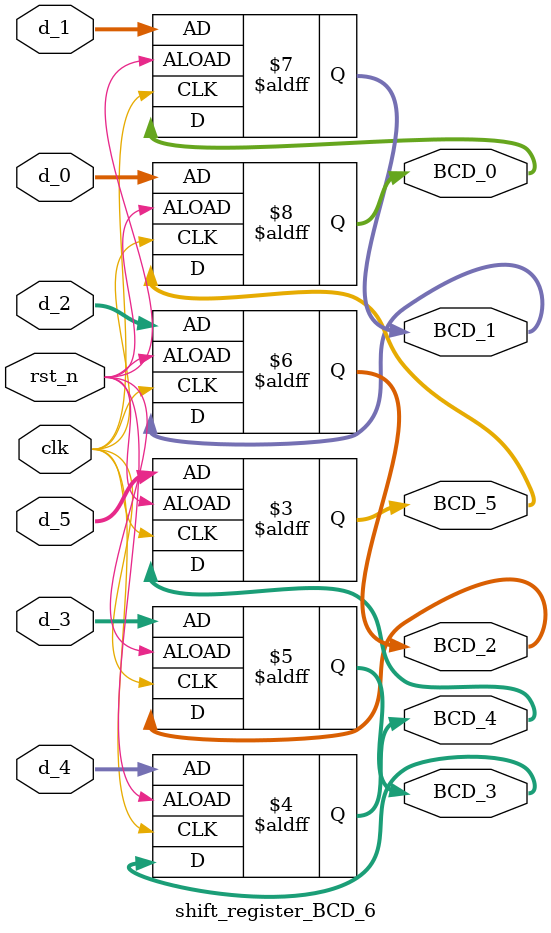
<source format=v>
`timescale 1ns / 1ps


module shift_register_BCD_6(
    output reg [3:0] BCD_5,
    output reg [3:0] BCD_4,
    output reg [3:0] BCD_3,
    output reg [3:0] BCD_2,
    output reg [3:0] BCD_1,
    output reg [3:0] BCD_0,
    input [3:0] d_5,
    input [3:0] d_4,
    input [3:0] d_3,
    input [3:0] d_2,
    input [3:0] d_1,
    input [3:0] d_0,  
    input clk,
    input rst_n
    );
    
    always @(posedge clk or negedge rst_n)
    begin
        if(rst_n == 0)
        begin
            BCD_5 <= d_5;
            BCD_4 <= d_4;
            BCD_3 <= d_3;
            BCD_2 <= d_2;
            BCD_1 <= d_1;
            BCD_0 <= d_0;
        end
        else
        begin
            BCD_5 <= BCD_4;
            BCD_4 <= BCD_3;
            BCD_3 <= BCD_2;
            BCD_2 <= BCD_1;
            BCD_1 <= BCD_0;
            BCD_0 <= BCD_5;
        end
    end
    
endmodule

</source>
